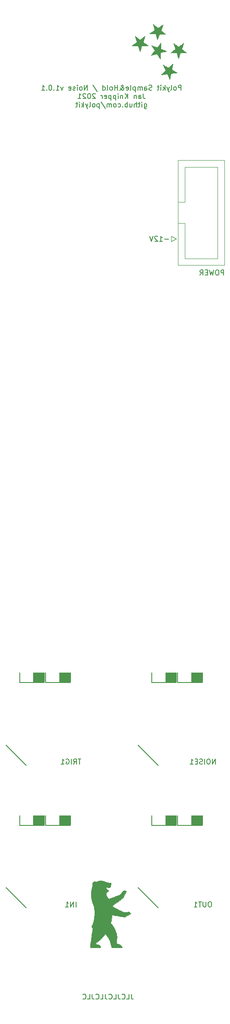
<source format=gbr>
%TF.GenerationSoftware,KiCad,Pcbnew,5.1.10-88a1d61d58~90~ubuntu21.04.1*%
%TF.CreationDate,2021-10-26T22:35:56+02:00*%
%TF.ProjectId,kosmo-sample-and-hold,6b6f736d-6f2d-4736-916d-706c652d616e,v1.0.1*%
%TF.SameCoordinates,Original*%
%TF.FileFunction,Legend,Bot*%
%TF.FilePolarity,Positive*%
%FSLAX46Y46*%
G04 Gerber Fmt 4.6, Leading zero omitted, Abs format (unit mm)*
G04 Created by KiCad (PCBNEW 5.1.10-88a1d61d58~90~ubuntu21.04.1) date 2021-10-26 22:35:56*
%MOMM*%
%LPD*%
G01*
G04 APERTURE LIST*
%ADD10C,0.150000*%
%ADD11C,0.200000*%
%ADD12C,0.010000*%
%ADD13C,0.120000*%
%ADD14C,0.100000*%
G04 APERTURE END LIST*
D10*
X121506899Y-77323865D02*
X120744995Y-77323865D01*
X119744995Y-77704817D02*
X120316423Y-77704817D01*
X120030709Y-77704817D02*
X120030709Y-76704817D01*
X120125947Y-76847675D01*
X120221185Y-76942913D01*
X120316423Y-76990532D01*
X119364042Y-76800056D02*
X119316423Y-76752437D01*
X119221185Y-76704817D01*
X118983090Y-76704817D01*
X118887852Y-76752437D01*
X118840233Y-76800056D01*
X118792614Y-76895294D01*
X118792614Y-76990532D01*
X118840233Y-77133389D01*
X119411661Y-77704817D01*
X118792614Y-77704817D01*
X118506899Y-76704817D02*
X118173566Y-77704817D01*
X117840233Y-76704817D01*
D11*
X114219047Y-225352380D02*
X114219047Y-226066666D01*
X114266666Y-226209523D01*
X114361904Y-226304761D01*
X114504761Y-226352380D01*
X114600000Y-226352380D01*
X113266666Y-226352380D02*
X113742857Y-226352380D01*
X113742857Y-225352380D01*
X112361904Y-226257142D02*
X112409523Y-226304761D01*
X112552380Y-226352380D01*
X112647619Y-226352380D01*
X112790476Y-226304761D01*
X112885714Y-226209523D01*
X112933333Y-226114285D01*
X112980952Y-225923809D01*
X112980952Y-225780952D01*
X112933333Y-225590476D01*
X112885714Y-225495238D01*
X112790476Y-225400000D01*
X112647619Y-225352380D01*
X112552380Y-225352380D01*
X112409523Y-225400000D01*
X112361904Y-225447619D01*
X111647619Y-225352380D02*
X111647619Y-226066666D01*
X111695238Y-226209523D01*
X111790476Y-226304761D01*
X111933333Y-226352380D01*
X112028571Y-226352380D01*
X110695238Y-226352380D02*
X111171428Y-226352380D01*
X111171428Y-225352380D01*
X109790476Y-226257142D02*
X109838095Y-226304761D01*
X109980952Y-226352380D01*
X110076190Y-226352380D01*
X110219047Y-226304761D01*
X110314285Y-226209523D01*
X110361904Y-226114285D01*
X110409523Y-225923809D01*
X110409523Y-225780952D01*
X110361904Y-225590476D01*
X110314285Y-225495238D01*
X110219047Y-225400000D01*
X110076190Y-225352380D01*
X109980952Y-225352380D01*
X109838095Y-225400000D01*
X109790476Y-225447619D01*
X109076190Y-225352380D02*
X109076190Y-226066666D01*
X109123809Y-226209523D01*
X109219047Y-226304761D01*
X109361904Y-226352380D01*
X109457142Y-226352380D01*
X108123809Y-226352380D02*
X108600000Y-226352380D01*
X108600000Y-225352380D01*
X107219047Y-226257142D02*
X107266666Y-226304761D01*
X107409523Y-226352380D01*
X107504761Y-226352380D01*
X107647619Y-226304761D01*
X107742857Y-226209523D01*
X107790476Y-226114285D01*
X107838095Y-225923809D01*
X107838095Y-225780952D01*
X107790476Y-225590476D01*
X107742857Y-225495238D01*
X107647619Y-225400000D01*
X107504761Y-225352380D01*
X107409523Y-225352380D01*
X107266666Y-225400000D01*
X107219047Y-225447619D01*
X106504761Y-225352380D02*
X106504761Y-226066666D01*
X106552380Y-226209523D01*
X106647619Y-226304761D01*
X106790476Y-226352380D01*
X106885714Y-226352380D01*
X105552380Y-226352380D02*
X106028571Y-226352380D01*
X106028571Y-225352380D01*
X104647619Y-226257142D02*
X104695238Y-226304761D01*
X104838095Y-226352380D01*
X104933333Y-226352380D01*
X105076190Y-226304761D01*
X105171428Y-226209523D01*
X105219047Y-226114285D01*
X105266666Y-225923809D01*
X105266666Y-225780952D01*
X105219047Y-225590476D01*
X105171428Y-225495238D01*
X105076190Y-225400000D01*
X104933333Y-225352380D01*
X104838095Y-225352380D01*
X104695238Y-225400000D01*
X104647619Y-225447619D01*
D10*
X124014285Y-48102380D02*
X124014285Y-47102380D01*
X123633333Y-47102380D01*
X123538095Y-47150000D01*
X123490476Y-47197619D01*
X123442857Y-47292857D01*
X123442857Y-47435714D01*
X123490476Y-47530952D01*
X123538095Y-47578571D01*
X123633333Y-47626190D01*
X124014285Y-47626190D01*
X122871428Y-48102380D02*
X122966666Y-48054761D01*
X123014285Y-48007142D01*
X123061904Y-47911904D01*
X123061904Y-47626190D01*
X123014285Y-47530952D01*
X122966666Y-47483333D01*
X122871428Y-47435714D01*
X122728571Y-47435714D01*
X122633333Y-47483333D01*
X122585714Y-47530952D01*
X122538095Y-47626190D01*
X122538095Y-47911904D01*
X122585714Y-48007142D01*
X122633333Y-48054761D01*
X122728571Y-48102380D01*
X122871428Y-48102380D01*
X121966666Y-48102380D02*
X122061904Y-48054761D01*
X122109523Y-47959523D01*
X122109523Y-47102380D01*
X121680952Y-47435714D02*
X121442857Y-48102380D01*
X121204761Y-47435714D02*
X121442857Y-48102380D01*
X121538095Y-48340476D01*
X121585714Y-48388095D01*
X121680952Y-48435714D01*
X120823809Y-48102380D02*
X120823809Y-47102380D01*
X120728571Y-47721428D02*
X120442857Y-48102380D01*
X120442857Y-47435714D02*
X120823809Y-47816666D01*
X120014285Y-48102380D02*
X120014285Y-47435714D01*
X120014285Y-47102380D02*
X120061904Y-47150000D01*
X120014285Y-47197619D01*
X119966666Y-47150000D01*
X120014285Y-47102380D01*
X120014285Y-47197619D01*
X119680952Y-47435714D02*
X119300000Y-47435714D01*
X119538095Y-47102380D02*
X119538095Y-47959523D01*
X119490476Y-48054761D01*
X119395238Y-48102380D01*
X119300000Y-48102380D01*
X118252380Y-48054761D02*
X118109523Y-48102380D01*
X117871428Y-48102380D01*
X117776190Y-48054761D01*
X117728571Y-48007142D01*
X117680952Y-47911904D01*
X117680952Y-47816666D01*
X117728571Y-47721428D01*
X117776190Y-47673809D01*
X117871428Y-47626190D01*
X118061904Y-47578571D01*
X118157142Y-47530952D01*
X118204761Y-47483333D01*
X118252380Y-47388095D01*
X118252380Y-47292857D01*
X118204761Y-47197619D01*
X118157142Y-47150000D01*
X118061904Y-47102380D01*
X117823809Y-47102380D01*
X117680952Y-47150000D01*
X116823809Y-48102380D02*
X116823809Y-47578571D01*
X116871428Y-47483333D01*
X116966666Y-47435714D01*
X117157142Y-47435714D01*
X117252380Y-47483333D01*
X116823809Y-48054761D02*
X116919047Y-48102380D01*
X117157142Y-48102380D01*
X117252380Y-48054761D01*
X117300000Y-47959523D01*
X117300000Y-47864285D01*
X117252380Y-47769047D01*
X117157142Y-47721428D01*
X116919047Y-47721428D01*
X116823809Y-47673809D01*
X116347619Y-48102380D02*
X116347619Y-47435714D01*
X116347619Y-47530952D02*
X116300000Y-47483333D01*
X116204761Y-47435714D01*
X116061904Y-47435714D01*
X115966666Y-47483333D01*
X115919047Y-47578571D01*
X115919047Y-48102380D01*
X115919047Y-47578571D02*
X115871428Y-47483333D01*
X115776190Y-47435714D01*
X115633333Y-47435714D01*
X115538095Y-47483333D01*
X115490476Y-47578571D01*
X115490476Y-48102380D01*
X115014285Y-47435714D02*
X115014285Y-48435714D01*
X115014285Y-47483333D02*
X114919047Y-47435714D01*
X114728571Y-47435714D01*
X114633333Y-47483333D01*
X114585714Y-47530952D01*
X114538095Y-47626190D01*
X114538095Y-47911904D01*
X114585714Y-48007142D01*
X114633333Y-48054761D01*
X114728571Y-48102380D01*
X114919047Y-48102380D01*
X115014285Y-48054761D01*
X113966666Y-48102380D02*
X114061904Y-48054761D01*
X114109523Y-47959523D01*
X114109523Y-47102380D01*
X113204761Y-48054761D02*
X113300000Y-48102380D01*
X113490476Y-48102380D01*
X113585714Y-48054761D01*
X113633333Y-47959523D01*
X113633333Y-47578571D01*
X113585714Y-47483333D01*
X113490476Y-47435714D01*
X113300000Y-47435714D01*
X113204761Y-47483333D01*
X113157142Y-47578571D01*
X113157142Y-47673809D01*
X113633333Y-47769047D01*
X111919047Y-48102380D02*
X111966666Y-48102380D01*
X112061904Y-48054761D01*
X112204761Y-47911904D01*
X112442857Y-47626190D01*
X112538095Y-47483333D01*
X112585714Y-47340476D01*
X112585714Y-47245238D01*
X112538095Y-47150000D01*
X112442857Y-47102380D01*
X112395238Y-47102380D01*
X112300000Y-47150000D01*
X112252380Y-47245238D01*
X112252380Y-47292857D01*
X112300000Y-47388095D01*
X112347619Y-47435714D01*
X112633333Y-47626190D01*
X112680952Y-47673809D01*
X112728571Y-47769047D01*
X112728571Y-47911904D01*
X112680952Y-48007142D01*
X112633333Y-48054761D01*
X112538095Y-48102380D01*
X112395238Y-48102380D01*
X112300000Y-48054761D01*
X112252380Y-48007142D01*
X112109523Y-47816666D01*
X112061904Y-47673809D01*
X112061904Y-47578571D01*
X111490476Y-48102380D02*
X111490476Y-47102380D01*
X111490476Y-47578571D02*
X110919047Y-47578571D01*
X110919047Y-48102380D02*
X110919047Y-47102380D01*
X110300000Y-48102380D02*
X110395238Y-48054761D01*
X110442857Y-48007142D01*
X110490476Y-47911904D01*
X110490476Y-47626190D01*
X110442857Y-47530952D01*
X110395238Y-47483333D01*
X110300000Y-47435714D01*
X110157142Y-47435714D01*
X110061904Y-47483333D01*
X110014285Y-47530952D01*
X109966666Y-47626190D01*
X109966666Y-47911904D01*
X110014285Y-48007142D01*
X110061904Y-48054761D01*
X110157142Y-48102380D01*
X110300000Y-48102380D01*
X109395238Y-48102380D02*
X109490476Y-48054761D01*
X109538095Y-47959523D01*
X109538095Y-47102380D01*
X108585714Y-48102380D02*
X108585714Y-47102380D01*
X108585714Y-48054761D02*
X108680952Y-48102380D01*
X108871428Y-48102380D01*
X108966666Y-48054761D01*
X109014285Y-48007142D01*
X109061904Y-47911904D01*
X109061904Y-47626190D01*
X109014285Y-47530952D01*
X108966666Y-47483333D01*
X108871428Y-47435714D01*
X108680952Y-47435714D01*
X108585714Y-47483333D01*
X106633333Y-47054761D02*
X107490476Y-48340476D01*
X105538095Y-48102380D02*
X105538095Y-47102380D01*
X104966666Y-48102380D01*
X104966666Y-47102380D01*
X104347619Y-48102380D02*
X104442857Y-48054761D01*
X104490476Y-48007142D01*
X104538095Y-47911904D01*
X104538095Y-47626190D01*
X104490476Y-47530952D01*
X104442857Y-47483333D01*
X104347619Y-47435714D01*
X104204761Y-47435714D01*
X104109523Y-47483333D01*
X104061904Y-47530952D01*
X104014285Y-47626190D01*
X104014285Y-47911904D01*
X104061904Y-48007142D01*
X104109523Y-48054761D01*
X104204761Y-48102380D01*
X104347619Y-48102380D01*
X103585714Y-48102380D02*
X103585714Y-47435714D01*
X103585714Y-47102380D02*
X103633333Y-47150000D01*
X103585714Y-47197619D01*
X103538095Y-47150000D01*
X103585714Y-47102380D01*
X103585714Y-47197619D01*
X103157142Y-48054761D02*
X103061904Y-48102380D01*
X102871428Y-48102380D01*
X102776190Y-48054761D01*
X102728571Y-47959523D01*
X102728571Y-47911904D01*
X102776190Y-47816666D01*
X102871428Y-47769047D01*
X103014285Y-47769047D01*
X103109523Y-47721428D01*
X103157142Y-47626190D01*
X103157142Y-47578571D01*
X103109523Y-47483333D01*
X103014285Y-47435714D01*
X102871428Y-47435714D01*
X102776190Y-47483333D01*
X101919047Y-48054761D02*
X102014285Y-48102380D01*
X102204761Y-48102380D01*
X102300000Y-48054761D01*
X102347619Y-47959523D01*
X102347619Y-47578571D01*
X102300000Y-47483333D01*
X102204761Y-47435714D01*
X102014285Y-47435714D01*
X101919047Y-47483333D01*
X101871428Y-47578571D01*
X101871428Y-47673809D01*
X102347619Y-47769047D01*
X100776190Y-47435714D02*
X100538095Y-48102380D01*
X100300000Y-47435714D01*
X99395238Y-48102380D02*
X99966666Y-48102380D01*
X99680952Y-48102380D02*
X99680952Y-47102380D01*
X99776190Y-47245238D01*
X99871428Y-47340476D01*
X99966666Y-47388095D01*
X98966666Y-48007142D02*
X98919047Y-48054761D01*
X98966666Y-48102380D01*
X99014285Y-48054761D01*
X98966666Y-48007142D01*
X98966666Y-48102380D01*
X98300000Y-47102380D02*
X98204761Y-47102380D01*
X98109523Y-47150000D01*
X98061904Y-47197619D01*
X98014285Y-47292857D01*
X97966666Y-47483333D01*
X97966666Y-47721428D01*
X98014285Y-47911904D01*
X98061904Y-48007142D01*
X98109523Y-48054761D01*
X98204761Y-48102380D01*
X98300000Y-48102380D01*
X98395238Y-48054761D01*
X98442857Y-48007142D01*
X98490476Y-47911904D01*
X98538095Y-47721428D01*
X98538095Y-47483333D01*
X98490476Y-47292857D01*
X98442857Y-47197619D01*
X98395238Y-47150000D01*
X98300000Y-47102380D01*
X97538095Y-48007142D02*
X97490476Y-48054761D01*
X97538095Y-48102380D01*
X97585714Y-48054761D01*
X97538095Y-48007142D01*
X97538095Y-48102380D01*
X96538095Y-48102380D02*
X97109523Y-48102380D01*
X96823809Y-48102380D02*
X96823809Y-47102380D01*
X96919047Y-47245238D01*
X97014285Y-47340476D01*
X97109523Y-47388095D01*
X116561904Y-48752380D02*
X116561904Y-49466666D01*
X116609523Y-49609523D01*
X116704761Y-49704761D01*
X116847619Y-49752380D01*
X116942857Y-49752380D01*
X115657142Y-49752380D02*
X115657142Y-49228571D01*
X115704761Y-49133333D01*
X115800000Y-49085714D01*
X115990476Y-49085714D01*
X116085714Y-49133333D01*
X115657142Y-49704761D02*
X115752380Y-49752380D01*
X115990476Y-49752380D01*
X116085714Y-49704761D01*
X116133333Y-49609523D01*
X116133333Y-49514285D01*
X116085714Y-49419047D01*
X115990476Y-49371428D01*
X115752380Y-49371428D01*
X115657142Y-49323809D01*
X115180952Y-49085714D02*
X115180952Y-49752380D01*
X115180952Y-49180952D02*
X115133333Y-49133333D01*
X115038095Y-49085714D01*
X114895238Y-49085714D01*
X114800000Y-49133333D01*
X114752380Y-49228571D01*
X114752380Y-49752380D01*
X113514285Y-49752380D02*
X113514285Y-48752380D01*
X112942857Y-49752380D02*
X113371428Y-49180952D01*
X112942857Y-48752380D02*
X113514285Y-49323809D01*
X112514285Y-49085714D02*
X112514285Y-49752380D01*
X112514285Y-49180952D02*
X112466666Y-49133333D01*
X112371428Y-49085714D01*
X112228571Y-49085714D01*
X112133333Y-49133333D01*
X112085714Y-49228571D01*
X112085714Y-49752380D01*
X111609523Y-49752380D02*
X111609523Y-49085714D01*
X111609523Y-48752380D02*
X111657142Y-48800000D01*
X111609523Y-48847619D01*
X111561904Y-48800000D01*
X111609523Y-48752380D01*
X111609523Y-48847619D01*
X111133333Y-49085714D02*
X111133333Y-50085714D01*
X111133333Y-49133333D02*
X111038095Y-49085714D01*
X110847619Y-49085714D01*
X110752380Y-49133333D01*
X110704761Y-49180952D01*
X110657142Y-49276190D01*
X110657142Y-49561904D01*
X110704761Y-49657142D01*
X110752380Y-49704761D01*
X110847619Y-49752380D01*
X111038095Y-49752380D01*
X111133333Y-49704761D01*
X110228571Y-49085714D02*
X110228571Y-50085714D01*
X110228571Y-49133333D02*
X110133333Y-49085714D01*
X109942857Y-49085714D01*
X109847619Y-49133333D01*
X109800000Y-49180952D01*
X109752380Y-49276190D01*
X109752380Y-49561904D01*
X109800000Y-49657142D01*
X109847619Y-49704761D01*
X109942857Y-49752380D01*
X110133333Y-49752380D01*
X110228571Y-49704761D01*
X108942857Y-49704761D02*
X109038095Y-49752380D01*
X109228571Y-49752380D01*
X109323809Y-49704761D01*
X109371428Y-49609523D01*
X109371428Y-49228571D01*
X109323809Y-49133333D01*
X109228571Y-49085714D01*
X109038095Y-49085714D01*
X108942857Y-49133333D01*
X108895238Y-49228571D01*
X108895238Y-49323809D01*
X109371428Y-49419047D01*
X108466666Y-49752380D02*
X108466666Y-49085714D01*
X108466666Y-49276190D02*
X108419047Y-49180952D01*
X108371428Y-49133333D01*
X108276190Y-49085714D01*
X108180952Y-49085714D01*
X107133333Y-48847619D02*
X107085714Y-48800000D01*
X106990476Y-48752380D01*
X106752380Y-48752380D01*
X106657142Y-48800000D01*
X106609523Y-48847619D01*
X106561904Y-48942857D01*
X106561904Y-49038095D01*
X106609523Y-49180952D01*
X107180952Y-49752380D01*
X106561904Y-49752380D01*
X105942857Y-48752380D02*
X105847619Y-48752380D01*
X105752380Y-48800000D01*
X105704761Y-48847619D01*
X105657142Y-48942857D01*
X105609523Y-49133333D01*
X105609523Y-49371428D01*
X105657142Y-49561904D01*
X105704761Y-49657142D01*
X105752380Y-49704761D01*
X105847619Y-49752380D01*
X105942857Y-49752380D01*
X106038095Y-49704761D01*
X106085714Y-49657142D01*
X106133333Y-49561904D01*
X106180952Y-49371428D01*
X106180952Y-49133333D01*
X106133333Y-48942857D01*
X106085714Y-48847619D01*
X106038095Y-48800000D01*
X105942857Y-48752380D01*
X105228571Y-48847619D02*
X105180952Y-48800000D01*
X105085714Y-48752380D01*
X104847619Y-48752380D01*
X104752380Y-48800000D01*
X104704761Y-48847619D01*
X104657142Y-48942857D01*
X104657142Y-49038095D01*
X104704761Y-49180952D01*
X105276190Y-49752380D01*
X104657142Y-49752380D01*
X103704761Y-49752380D02*
X104276190Y-49752380D01*
X103990476Y-49752380D02*
X103990476Y-48752380D01*
X104085714Y-48895238D01*
X104180952Y-48990476D01*
X104276190Y-49038095D01*
X116752380Y-50735714D02*
X116752380Y-51545238D01*
X116800000Y-51640476D01*
X116847619Y-51688095D01*
X116942857Y-51735714D01*
X117085714Y-51735714D01*
X117180952Y-51688095D01*
X116752380Y-51354761D02*
X116847619Y-51402380D01*
X117038095Y-51402380D01*
X117133333Y-51354761D01*
X117180952Y-51307142D01*
X117228571Y-51211904D01*
X117228571Y-50926190D01*
X117180952Y-50830952D01*
X117133333Y-50783333D01*
X117038095Y-50735714D01*
X116847619Y-50735714D01*
X116752380Y-50783333D01*
X116276190Y-51402380D02*
X116276190Y-50735714D01*
X116276190Y-50402380D02*
X116323809Y-50450000D01*
X116276190Y-50497619D01*
X116228571Y-50450000D01*
X116276190Y-50402380D01*
X116276190Y-50497619D01*
X115942857Y-50735714D02*
X115561904Y-50735714D01*
X115800000Y-50402380D02*
X115800000Y-51259523D01*
X115752380Y-51354761D01*
X115657142Y-51402380D01*
X115561904Y-51402380D01*
X115228571Y-51402380D02*
X115228571Y-50402380D01*
X114800000Y-51402380D02*
X114800000Y-50878571D01*
X114847619Y-50783333D01*
X114942857Y-50735714D01*
X115085714Y-50735714D01*
X115180952Y-50783333D01*
X115228571Y-50830952D01*
X113895238Y-50735714D02*
X113895238Y-51402380D01*
X114323809Y-50735714D02*
X114323809Y-51259523D01*
X114276190Y-51354761D01*
X114180952Y-51402380D01*
X114038095Y-51402380D01*
X113942857Y-51354761D01*
X113895238Y-51307142D01*
X113419047Y-51402380D02*
X113419047Y-50402380D01*
X113419047Y-50783333D02*
X113323809Y-50735714D01*
X113133333Y-50735714D01*
X113038095Y-50783333D01*
X112990476Y-50830952D01*
X112942857Y-50926190D01*
X112942857Y-51211904D01*
X112990476Y-51307142D01*
X113038095Y-51354761D01*
X113133333Y-51402380D01*
X113323809Y-51402380D01*
X113419047Y-51354761D01*
X112514285Y-51307142D02*
X112466666Y-51354761D01*
X112514285Y-51402380D01*
X112561904Y-51354761D01*
X112514285Y-51307142D01*
X112514285Y-51402380D01*
X111609523Y-51354761D02*
X111704761Y-51402380D01*
X111895238Y-51402380D01*
X111990476Y-51354761D01*
X112038095Y-51307142D01*
X112085714Y-51211904D01*
X112085714Y-50926190D01*
X112038095Y-50830952D01*
X111990476Y-50783333D01*
X111895238Y-50735714D01*
X111704761Y-50735714D01*
X111609523Y-50783333D01*
X111038095Y-51402380D02*
X111133333Y-51354761D01*
X111180952Y-51307142D01*
X111228571Y-51211904D01*
X111228571Y-50926190D01*
X111180952Y-50830952D01*
X111133333Y-50783333D01*
X111038095Y-50735714D01*
X110895238Y-50735714D01*
X110800000Y-50783333D01*
X110752380Y-50830952D01*
X110704761Y-50926190D01*
X110704761Y-51211904D01*
X110752380Y-51307142D01*
X110800000Y-51354761D01*
X110895238Y-51402380D01*
X111038095Y-51402380D01*
X110276190Y-51402380D02*
X110276190Y-50735714D01*
X110276190Y-50830952D02*
X110228571Y-50783333D01*
X110133333Y-50735714D01*
X109990476Y-50735714D01*
X109895238Y-50783333D01*
X109847619Y-50878571D01*
X109847619Y-51402380D01*
X109847619Y-50878571D02*
X109800000Y-50783333D01*
X109704761Y-50735714D01*
X109561904Y-50735714D01*
X109466666Y-50783333D01*
X109419047Y-50878571D01*
X109419047Y-51402380D01*
X108228571Y-50354761D02*
X109085714Y-51640476D01*
X107895238Y-50735714D02*
X107895238Y-51735714D01*
X107895238Y-50783333D02*
X107800000Y-50735714D01*
X107609523Y-50735714D01*
X107514285Y-50783333D01*
X107466666Y-50830952D01*
X107419047Y-50926190D01*
X107419047Y-51211904D01*
X107466666Y-51307142D01*
X107514285Y-51354761D01*
X107609523Y-51402380D01*
X107800000Y-51402380D01*
X107895238Y-51354761D01*
X106847619Y-51402380D02*
X106942857Y-51354761D01*
X106990476Y-51307142D01*
X107038095Y-51211904D01*
X107038095Y-50926190D01*
X106990476Y-50830952D01*
X106942857Y-50783333D01*
X106847619Y-50735714D01*
X106704761Y-50735714D01*
X106609523Y-50783333D01*
X106561904Y-50830952D01*
X106514285Y-50926190D01*
X106514285Y-51211904D01*
X106561904Y-51307142D01*
X106609523Y-51354761D01*
X106704761Y-51402380D01*
X106847619Y-51402380D01*
X105942857Y-51402380D02*
X106038095Y-51354761D01*
X106085714Y-51259523D01*
X106085714Y-50402380D01*
X105657142Y-50735714D02*
X105419047Y-51402380D01*
X105180952Y-50735714D02*
X105419047Y-51402380D01*
X105514285Y-51640476D01*
X105561904Y-51688095D01*
X105657142Y-51735714D01*
X104800000Y-51402380D02*
X104800000Y-50402380D01*
X104704761Y-51021428D02*
X104419047Y-51402380D01*
X104419047Y-50735714D02*
X104800000Y-51116666D01*
X103990476Y-51402380D02*
X103990476Y-50735714D01*
X103990476Y-50402380D02*
X104038095Y-50450000D01*
X103990476Y-50497619D01*
X103942857Y-50450000D01*
X103990476Y-50402380D01*
X103990476Y-50497619D01*
X103657142Y-50735714D02*
X103276190Y-50735714D01*
X103514285Y-50402380D02*
X103514285Y-51259523D01*
X103466666Y-51354761D01*
X103371428Y-51402380D01*
X103276190Y-51402380D01*
D12*
%TO.C,G\u002A\u002A\u002A*%
G36*
X107664713Y-203214797D02*
G01*
X107506444Y-203277035D01*
X107326614Y-203347263D01*
X107169850Y-203334098D01*
X107135459Y-203322128D01*
X106920235Y-203298189D01*
X106727919Y-203375652D01*
X106582274Y-203528921D01*
X106507064Y-203732401D01*
X106526051Y-203960496D01*
X106530481Y-203973763D01*
X106561708Y-204107606D01*
X106553595Y-204254113D01*
X106501167Y-204454500D01*
X106456161Y-204589570D01*
X106393133Y-204792468D01*
X106351247Y-204990666D01*
X106326555Y-205218377D01*
X106315107Y-205509811D01*
X106312839Y-205831250D01*
X106314756Y-206175995D01*
X106324472Y-206434252D01*
X106348797Y-206646529D01*
X106394540Y-206853334D01*
X106468509Y-207095174D01*
X106577514Y-207412559D01*
X106579677Y-207418750D01*
X106690415Y-207750960D01*
X106790861Y-208079939D01*
X106869425Y-208366035D01*
X106912463Y-208557537D01*
X106974885Y-209149716D01*
X106969420Y-209791214D01*
X106900650Y-210442512D01*
X106773159Y-211064094D01*
X106591529Y-211616443D01*
X106545274Y-211723615D01*
X106446768Y-211944802D01*
X106396993Y-212082012D01*
X106391889Y-212166772D01*
X106427398Y-212230615D01*
X106473741Y-212279240D01*
X106566875Y-212398338D01*
X106599754Y-212482875D01*
X106590924Y-212564272D01*
X106565122Y-212754284D01*
X106524805Y-213036018D01*
X106472428Y-213392584D01*
X106410448Y-213807091D01*
X106341321Y-214262648D01*
X106333899Y-214311186D01*
X106265468Y-214771651D01*
X106206482Y-215194512D01*
X106159039Y-215562535D01*
X106125234Y-215858487D01*
X106107166Y-216065133D01*
X106106931Y-216165241D01*
X106107903Y-216168561D01*
X106136574Y-216210097D01*
X106198210Y-216239582D01*
X106311767Y-216259014D01*
X106496201Y-216270395D01*
X106770468Y-216275722D01*
X107135758Y-216277000D01*
X107510618Y-216275909D01*
X107776819Y-216271240D01*
X107952691Y-216260894D01*
X108056566Y-216242773D01*
X108106775Y-216214780D01*
X108121650Y-216174815D01*
X108122000Y-216164129D01*
X108061055Y-215950528D01*
X107883344Y-215768282D01*
X107596555Y-215623439D01*
X107339645Y-215548593D01*
X107033539Y-215478781D01*
X107376330Y-215242692D01*
X107618781Y-215057396D01*
X107911784Y-214806025D01*
X108223123Y-214518830D01*
X108520579Y-214226057D01*
X108771934Y-213957955D01*
X108878633Y-213832250D01*
X109082969Y-213578250D01*
X109335092Y-213864000D01*
X109587414Y-214207790D01*
X109820958Y-214632210D01*
X110013019Y-215090951D01*
X110129000Y-215483250D01*
X110186899Y-215730034D01*
X110240252Y-215947391D01*
X110277022Y-216086500D01*
X110323200Y-216245250D01*
X111349850Y-216262697D01*
X111786276Y-216266401D01*
X112099895Y-216260420D01*
X112294547Y-216244564D01*
X112374069Y-216218644D01*
X112376500Y-216211919D01*
X112318048Y-216009832D01*
X112161928Y-215818030D01*
X111936999Y-215657778D01*
X111672118Y-215550344D01*
X111432668Y-215516394D01*
X111289569Y-215506790D01*
X111240822Y-215455001D01*
X111253833Y-215322622D01*
X111256345Y-215308625D01*
X111328902Y-214737412D01*
X111342943Y-214178901D01*
X111298165Y-213675603D01*
X111269115Y-213522939D01*
X111138447Y-213080734D01*
X110947054Y-212620645D01*
X110716550Y-212187055D01*
X110468549Y-211824346D01*
X110404825Y-211748213D01*
X110145181Y-211453242D01*
X110243135Y-210959996D01*
X110298006Y-210666687D01*
X110348214Y-210369234D01*
X110383011Y-210131373D01*
X110383346Y-210128699D01*
X110411471Y-209934645D01*
X110445499Y-209839513D01*
X110504648Y-209815927D01*
X110591426Y-209832283D01*
X110814886Y-209884342D01*
X111105928Y-209946398D01*
X111437658Y-210013371D01*
X111783185Y-210080183D01*
X112115616Y-210141757D01*
X112408057Y-210193015D01*
X112633617Y-210228877D01*
X112765402Y-210244267D01*
X112774464Y-210244500D01*
X112895913Y-210212967D01*
X113091111Y-210129885D01*
X113328229Y-210012526D01*
X113575439Y-209878165D01*
X113800911Y-209744073D01*
X113972816Y-209627524D01*
X114058079Y-209547895D01*
X114036531Y-209476521D01*
X113939308Y-209372696D01*
X113916981Y-209354392D01*
X113820130Y-209288246D01*
X113717277Y-209252202D01*
X113580416Y-209245565D01*
X113381539Y-209267644D01*
X113092638Y-209317748D01*
X113016000Y-209332126D01*
X112929071Y-209339707D01*
X112825577Y-209326249D01*
X112688745Y-209285176D01*
X112501799Y-209209914D01*
X112247967Y-209093888D01*
X111910475Y-208930524D01*
X111603125Y-208778337D01*
X111247880Y-208599691D01*
X110934647Y-208438707D01*
X110680097Y-208304242D01*
X110500902Y-208205150D01*
X110413735Y-208150288D01*
X110408000Y-208143525D01*
X110456354Y-208095221D01*
X110591751Y-207982162D01*
X110799692Y-207815873D01*
X111065680Y-207607878D01*
X111375217Y-207369701D01*
X111523997Y-207256396D01*
X112639994Y-206409164D01*
X112920997Y-205831528D01*
X113039635Y-205580464D01*
X113133505Y-205368128D01*
X113190486Y-205222736D01*
X113202000Y-205177446D01*
X113141975Y-205125939D01*
X112971164Y-205102187D01*
X112907278Y-205101000D01*
X112705181Y-205115277D01*
X112566666Y-205176037D01*
X112432278Y-205307375D01*
X112265845Y-205497107D01*
X112095701Y-205689940D01*
X112076125Y-205712026D01*
X111982497Y-205797632D01*
X111844701Y-205885510D01*
X111645160Y-205984036D01*
X111366301Y-206101584D01*
X110990548Y-206246528D01*
X110824973Y-206308212D01*
X109749696Y-206706121D01*
X109599115Y-206522685D01*
X109415073Y-206262335D01*
X109282036Y-206002040D01*
X109216101Y-205776758D01*
X109213623Y-205685501D01*
X109285837Y-205524566D01*
X109471547Y-205358533D01*
X109503125Y-205336879D01*
X109694437Y-205185384D01*
X109764013Y-205068256D01*
X109712123Y-204984594D01*
X109618691Y-204949038D01*
X109411585Y-204848363D01*
X109288096Y-204685773D01*
X109265000Y-204566497D01*
X109283280Y-204468640D01*
X109362735Y-204433818D01*
X109478770Y-204435044D01*
X109648592Y-204457318D01*
X109765803Y-204493381D01*
X109768745Y-204495120D01*
X109865319Y-204484882D01*
X109989060Y-204358971D01*
X110084199Y-204212000D01*
X110129245Y-204090765D01*
X110173189Y-203907032D01*
X110183020Y-203852426D01*
X110226788Y-203588103D01*
X109793519Y-203544400D01*
X109419502Y-203476138D01*
X109068834Y-203358828D01*
X109011000Y-203332474D01*
X108695948Y-203223445D01*
X108337925Y-203166435D01*
X107979868Y-203163025D01*
X107664713Y-203214797D01*
G37*
X107664713Y-203214797D02*
X107506444Y-203277035D01*
X107326614Y-203347263D01*
X107169850Y-203334098D01*
X107135459Y-203322128D01*
X106920235Y-203298189D01*
X106727919Y-203375652D01*
X106582274Y-203528921D01*
X106507064Y-203732401D01*
X106526051Y-203960496D01*
X106530481Y-203973763D01*
X106561708Y-204107606D01*
X106553595Y-204254113D01*
X106501167Y-204454500D01*
X106456161Y-204589570D01*
X106393133Y-204792468D01*
X106351247Y-204990666D01*
X106326555Y-205218377D01*
X106315107Y-205509811D01*
X106312839Y-205831250D01*
X106314756Y-206175995D01*
X106324472Y-206434252D01*
X106348797Y-206646529D01*
X106394540Y-206853334D01*
X106468509Y-207095174D01*
X106577514Y-207412559D01*
X106579677Y-207418750D01*
X106690415Y-207750960D01*
X106790861Y-208079939D01*
X106869425Y-208366035D01*
X106912463Y-208557537D01*
X106974885Y-209149716D01*
X106969420Y-209791214D01*
X106900650Y-210442512D01*
X106773159Y-211064094D01*
X106591529Y-211616443D01*
X106545274Y-211723615D01*
X106446768Y-211944802D01*
X106396993Y-212082012D01*
X106391889Y-212166772D01*
X106427398Y-212230615D01*
X106473741Y-212279240D01*
X106566875Y-212398338D01*
X106599754Y-212482875D01*
X106590924Y-212564272D01*
X106565122Y-212754284D01*
X106524805Y-213036018D01*
X106472428Y-213392584D01*
X106410448Y-213807091D01*
X106341321Y-214262648D01*
X106333899Y-214311186D01*
X106265468Y-214771651D01*
X106206482Y-215194512D01*
X106159039Y-215562535D01*
X106125234Y-215858487D01*
X106107166Y-216065133D01*
X106106931Y-216165241D01*
X106107903Y-216168561D01*
X106136574Y-216210097D01*
X106198210Y-216239582D01*
X106311767Y-216259014D01*
X106496201Y-216270395D01*
X106770468Y-216275722D01*
X107135758Y-216277000D01*
X107510618Y-216275909D01*
X107776819Y-216271240D01*
X107952691Y-216260894D01*
X108056566Y-216242773D01*
X108106775Y-216214780D01*
X108121650Y-216174815D01*
X108122000Y-216164129D01*
X108061055Y-215950528D01*
X107883344Y-215768282D01*
X107596555Y-215623439D01*
X107339645Y-215548593D01*
X107033539Y-215478781D01*
X107376330Y-215242692D01*
X107618781Y-215057396D01*
X107911784Y-214806025D01*
X108223123Y-214518830D01*
X108520579Y-214226057D01*
X108771934Y-213957955D01*
X108878633Y-213832250D01*
X109082969Y-213578250D01*
X109335092Y-213864000D01*
X109587414Y-214207790D01*
X109820958Y-214632210D01*
X110013019Y-215090951D01*
X110129000Y-215483250D01*
X110186899Y-215730034D01*
X110240252Y-215947391D01*
X110277022Y-216086500D01*
X110323200Y-216245250D01*
X111349850Y-216262697D01*
X111786276Y-216266401D01*
X112099895Y-216260420D01*
X112294547Y-216244564D01*
X112374069Y-216218644D01*
X112376500Y-216211919D01*
X112318048Y-216009832D01*
X112161928Y-215818030D01*
X111936999Y-215657778D01*
X111672118Y-215550344D01*
X111432668Y-215516394D01*
X111289569Y-215506790D01*
X111240822Y-215455001D01*
X111253833Y-215322622D01*
X111256345Y-215308625D01*
X111328902Y-214737412D01*
X111342943Y-214178901D01*
X111298165Y-213675603D01*
X111269115Y-213522939D01*
X111138447Y-213080734D01*
X110947054Y-212620645D01*
X110716550Y-212187055D01*
X110468549Y-211824346D01*
X110404825Y-211748213D01*
X110145181Y-211453242D01*
X110243135Y-210959996D01*
X110298006Y-210666687D01*
X110348214Y-210369234D01*
X110383011Y-210131373D01*
X110383346Y-210128699D01*
X110411471Y-209934645D01*
X110445499Y-209839513D01*
X110504648Y-209815927D01*
X110591426Y-209832283D01*
X110814886Y-209884342D01*
X111105928Y-209946398D01*
X111437658Y-210013371D01*
X111783185Y-210080183D01*
X112115616Y-210141757D01*
X112408057Y-210193015D01*
X112633617Y-210228877D01*
X112765402Y-210244267D01*
X112774464Y-210244500D01*
X112895913Y-210212967D01*
X113091111Y-210129885D01*
X113328229Y-210012526D01*
X113575439Y-209878165D01*
X113800911Y-209744073D01*
X113972816Y-209627524D01*
X114058079Y-209547895D01*
X114036531Y-209476521D01*
X113939308Y-209372696D01*
X113916981Y-209354392D01*
X113820130Y-209288246D01*
X113717277Y-209252202D01*
X113580416Y-209245565D01*
X113381539Y-209267644D01*
X113092638Y-209317748D01*
X113016000Y-209332126D01*
X112929071Y-209339707D01*
X112825577Y-209326249D01*
X112688745Y-209285176D01*
X112501799Y-209209914D01*
X112247967Y-209093888D01*
X111910475Y-208930524D01*
X111603125Y-208778337D01*
X111247880Y-208599691D01*
X110934647Y-208438707D01*
X110680097Y-208304242D01*
X110500902Y-208205150D01*
X110413735Y-208150288D01*
X110408000Y-208143525D01*
X110456354Y-208095221D01*
X110591751Y-207982162D01*
X110799692Y-207815873D01*
X111065680Y-207607878D01*
X111375217Y-207369701D01*
X111523997Y-207256396D01*
X112639994Y-206409164D01*
X112920997Y-205831528D01*
X113039635Y-205580464D01*
X113133505Y-205368128D01*
X113190486Y-205222736D01*
X113202000Y-205177446D01*
X113141975Y-205125939D01*
X112971164Y-205102187D01*
X112907278Y-205101000D01*
X112705181Y-205115277D01*
X112566666Y-205176037D01*
X112432278Y-205307375D01*
X112265845Y-205497107D01*
X112095701Y-205689940D01*
X112076125Y-205712026D01*
X111982497Y-205797632D01*
X111844701Y-205885510D01*
X111645160Y-205984036D01*
X111366301Y-206101584D01*
X110990548Y-206246528D01*
X110824973Y-206308212D01*
X109749696Y-206706121D01*
X109599115Y-206522685D01*
X109415073Y-206262335D01*
X109282036Y-206002040D01*
X109216101Y-205776758D01*
X109213623Y-205685501D01*
X109285837Y-205524566D01*
X109471547Y-205358533D01*
X109503125Y-205336879D01*
X109694437Y-205185384D01*
X109764013Y-205068256D01*
X109712123Y-204984594D01*
X109618691Y-204949038D01*
X109411585Y-204848363D01*
X109288096Y-204685773D01*
X109265000Y-204566497D01*
X109283280Y-204468640D01*
X109362735Y-204433818D01*
X109478770Y-204435044D01*
X109648592Y-204457318D01*
X109765803Y-204493381D01*
X109768745Y-204495120D01*
X109865319Y-204484882D01*
X109989060Y-204358971D01*
X110084199Y-204212000D01*
X110129245Y-204090765D01*
X110173189Y-203907032D01*
X110183020Y-203852426D01*
X110226788Y-203588103D01*
X109793519Y-203544400D01*
X109419502Y-203476138D01*
X109068834Y-203358828D01*
X109011000Y-203332474D01*
X108695948Y-203223445D01*
X108337925Y-203166435D01*
X107979868Y-203163025D01*
X107664713Y-203214797D01*
G36*
X121786711Y-45965852D02*
G01*
X121796857Y-45922795D01*
X121811477Y-45855399D01*
X121829858Y-45767094D01*
X121851286Y-45661308D01*
X121875049Y-45541470D01*
X121900436Y-45411010D01*
X121902846Y-45398500D01*
X122014784Y-44816982D01*
X122610909Y-44743765D01*
X122762002Y-44724828D01*
X122894460Y-44707457D01*
X123006033Y-44691986D01*
X123094466Y-44678747D01*
X123157511Y-44668074D01*
X123192912Y-44660300D01*
X123199991Y-44656611D01*
X123184929Y-44645989D01*
X123145180Y-44621916D01*
X123083902Y-44586199D01*
X123004249Y-44540644D01*
X122909380Y-44487056D01*
X122802454Y-44427243D01*
X122689335Y-44364505D01*
X122573488Y-44300164D01*
X122466490Y-44240055D01*
X122371526Y-44186019D01*
X122291778Y-44139899D01*
X122230433Y-44103534D01*
X122190674Y-44078768D01*
X122175742Y-44067563D01*
X122176089Y-44047653D01*
X122182034Y-44000766D01*
X122192892Y-43931051D01*
X122207977Y-43842655D01*
X122226605Y-43739724D01*
X122248092Y-43626405D01*
X122251402Y-43609370D01*
X122284509Y-43439218D01*
X122311888Y-43297704D01*
X122333967Y-43182317D01*
X122351174Y-43090549D01*
X122363940Y-43019889D01*
X122372694Y-42967828D01*
X122377863Y-42931857D01*
X122379878Y-42909464D01*
X122379166Y-42898142D01*
X122376158Y-42895380D01*
X122373183Y-42896980D01*
X122358071Y-42910541D01*
X122322472Y-42943250D01*
X122269105Y-42992587D01*
X122200687Y-43056030D01*
X122119938Y-43131058D01*
X122029577Y-43215151D01*
X121935870Y-43302480D01*
X121839068Y-43392448D01*
X121749364Y-43475245D01*
X121669442Y-43548433D01*
X121601987Y-43609579D01*
X121549684Y-43656247D01*
X121515221Y-43686003D01*
X121501349Y-43696408D01*
X121484728Y-43689360D01*
X121443576Y-43668548D01*
X121381092Y-43635684D01*
X121300466Y-43592478D01*
X121204896Y-43540643D01*
X121097574Y-43481891D01*
X120984090Y-43419260D01*
X120867994Y-43354987D01*
X120760291Y-43295455D01*
X120664229Y-43242450D01*
X120583055Y-43197760D01*
X120520013Y-43163172D01*
X120478351Y-43140473D01*
X120461451Y-43131513D01*
X120455965Y-43138898D01*
X120465029Y-43170964D01*
X120481134Y-43209850D01*
X120497635Y-43246100D01*
X120525571Y-43306724D01*
X120562908Y-43387339D01*
X120607615Y-43483567D01*
X120657657Y-43591026D01*
X120711002Y-43705339D01*
X120730993Y-43748118D01*
X120782726Y-43859750D01*
X120829534Y-43962633D01*
X120869830Y-44053131D01*
X120902029Y-44127612D01*
X120924545Y-44182437D01*
X120935793Y-44213972D01*
X120936720Y-44219787D01*
X120924269Y-44234978D01*
X120891095Y-44269132D01*
X120839832Y-44319704D01*
X120773115Y-44384150D01*
X120693576Y-44459927D01*
X120603850Y-44544489D01*
X120506619Y-44635247D01*
X120409711Y-44725637D01*
X120320643Y-44809390D01*
X120241993Y-44884031D01*
X120176339Y-44947084D01*
X120126256Y-44996076D01*
X120094324Y-45028528D01*
X120083120Y-45041968D01*
X120083122Y-45042009D01*
X120098635Y-45042822D01*
X120142203Y-45039985D01*
X120210384Y-45033847D01*
X120299735Y-45024761D01*
X120406815Y-45013080D01*
X120528183Y-44999155D01*
X120660396Y-44983340D01*
X120679415Y-44981014D01*
X121274243Y-44908092D01*
X121523418Y-45445178D01*
X121579897Y-45566376D01*
X121632373Y-45677950D01*
X121679328Y-45776747D01*
X121719238Y-45859610D01*
X121750583Y-45923383D01*
X121771844Y-45964914D01*
X121781499Y-45981043D01*
X121781750Y-45981140D01*
X121786711Y-45965852D01*
G37*
X121786711Y-45965852D02*
X121796857Y-45922795D01*
X121811477Y-45855399D01*
X121829858Y-45767094D01*
X121851286Y-45661308D01*
X121875049Y-45541470D01*
X121900436Y-45411010D01*
X121902846Y-45398500D01*
X122014784Y-44816982D01*
X122610909Y-44743765D01*
X122762002Y-44724828D01*
X122894460Y-44707457D01*
X123006033Y-44691986D01*
X123094466Y-44678747D01*
X123157511Y-44668074D01*
X123192912Y-44660300D01*
X123199991Y-44656611D01*
X123184929Y-44645989D01*
X123145180Y-44621916D01*
X123083902Y-44586199D01*
X123004249Y-44540644D01*
X122909380Y-44487056D01*
X122802454Y-44427243D01*
X122689335Y-44364505D01*
X122573488Y-44300164D01*
X122466490Y-44240055D01*
X122371526Y-44186019D01*
X122291778Y-44139899D01*
X122230433Y-44103534D01*
X122190674Y-44078768D01*
X122175742Y-44067563D01*
X122176089Y-44047653D01*
X122182034Y-44000766D01*
X122192892Y-43931051D01*
X122207977Y-43842655D01*
X122226605Y-43739724D01*
X122248092Y-43626405D01*
X122251402Y-43609370D01*
X122284509Y-43439218D01*
X122311888Y-43297704D01*
X122333967Y-43182317D01*
X122351174Y-43090549D01*
X122363940Y-43019889D01*
X122372694Y-42967828D01*
X122377863Y-42931857D01*
X122379878Y-42909464D01*
X122379166Y-42898142D01*
X122376158Y-42895380D01*
X122373183Y-42896980D01*
X122358071Y-42910541D01*
X122322472Y-42943250D01*
X122269105Y-42992587D01*
X122200687Y-43056030D01*
X122119938Y-43131058D01*
X122029577Y-43215151D01*
X121935870Y-43302480D01*
X121839068Y-43392448D01*
X121749364Y-43475245D01*
X121669442Y-43548433D01*
X121601987Y-43609579D01*
X121549684Y-43656247D01*
X121515221Y-43686003D01*
X121501349Y-43696408D01*
X121484728Y-43689360D01*
X121443576Y-43668548D01*
X121381092Y-43635684D01*
X121300466Y-43592478D01*
X121204896Y-43540643D01*
X121097574Y-43481891D01*
X120984090Y-43419260D01*
X120867994Y-43354987D01*
X120760291Y-43295455D01*
X120664229Y-43242450D01*
X120583055Y-43197760D01*
X120520013Y-43163172D01*
X120478351Y-43140473D01*
X120461451Y-43131513D01*
X120455965Y-43138898D01*
X120465029Y-43170964D01*
X120481134Y-43209850D01*
X120497635Y-43246100D01*
X120525571Y-43306724D01*
X120562908Y-43387339D01*
X120607615Y-43483567D01*
X120657657Y-43591026D01*
X120711002Y-43705339D01*
X120730993Y-43748118D01*
X120782726Y-43859750D01*
X120829534Y-43962633D01*
X120869830Y-44053131D01*
X120902029Y-44127612D01*
X120924545Y-44182437D01*
X120935793Y-44213972D01*
X120936720Y-44219787D01*
X120924269Y-44234978D01*
X120891095Y-44269132D01*
X120839832Y-44319704D01*
X120773115Y-44384150D01*
X120693576Y-44459927D01*
X120603850Y-44544489D01*
X120506619Y-44635247D01*
X120409711Y-44725637D01*
X120320643Y-44809390D01*
X120241993Y-44884031D01*
X120176339Y-44947084D01*
X120126256Y-44996076D01*
X120094324Y-45028528D01*
X120083120Y-45041968D01*
X120083122Y-45042009D01*
X120098635Y-45042822D01*
X120142203Y-45039985D01*
X120210384Y-45033847D01*
X120299735Y-45024761D01*
X120406815Y-45013080D01*
X120528183Y-44999155D01*
X120660396Y-44983340D01*
X120679415Y-44981014D01*
X121274243Y-44908092D01*
X121523418Y-45445178D01*
X121579897Y-45566376D01*
X121632373Y-45677950D01*
X121679328Y-45776747D01*
X121719238Y-45859610D01*
X121750583Y-45923383D01*
X121771844Y-45964914D01*
X121781499Y-45981043D01*
X121781750Y-45981140D01*
X121786711Y-45965852D01*
G36*
X115906677Y-40477680D02*
G01*
X115921995Y-40436181D01*
X115944719Y-40371069D01*
X115973725Y-40285662D01*
X116007885Y-40183276D01*
X116046076Y-40067227D01*
X116087172Y-39940833D01*
X116091089Y-39928710D01*
X116273062Y-39365169D01*
X116873666Y-39365147D01*
X117025941Y-39364765D01*
X117159529Y-39363666D01*
X117272155Y-39361907D01*
X117361543Y-39359544D01*
X117425418Y-39356634D01*
X117461503Y-39353232D01*
X117468979Y-39350434D01*
X117455324Y-39338055D01*
X117418805Y-39309317D01*
X117362336Y-39266399D01*
X117288829Y-39211476D01*
X117201198Y-39146726D01*
X117102358Y-39074328D01*
X116997728Y-38998272D01*
X116890586Y-38920292D01*
X116791711Y-38847591D01*
X116704040Y-38782385D01*
X116630507Y-38726890D01*
X116574051Y-38683320D01*
X116537606Y-38653893D01*
X116524151Y-38640952D01*
X116526922Y-38621232D01*
X116538537Y-38575419D01*
X116557810Y-38507547D01*
X116583555Y-38421648D01*
X116614589Y-38321755D01*
X116649726Y-38211899D01*
X116655087Y-38195395D01*
X116708684Y-38030546D01*
X116753105Y-37893423D01*
X116789081Y-37781587D01*
X116817344Y-37692600D01*
X116838626Y-37624022D01*
X116853659Y-37573416D01*
X116863174Y-37538343D01*
X116867902Y-37516363D01*
X116868576Y-37505039D01*
X116865927Y-37501931D01*
X116862779Y-37503156D01*
X116846127Y-37514774D01*
X116806807Y-37542901D01*
X116747825Y-37585366D01*
X116672185Y-37639998D01*
X116582895Y-37704626D01*
X116482959Y-37777080D01*
X116379307Y-37852338D01*
X116272263Y-37929839D01*
X116173137Y-38001086D01*
X116084891Y-38063989D01*
X116010487Y-38116458D01*
X115952887Y-38156404D01*
X115915054Y-38181738D01*
X115900018Y-38190375D01*
X115884379Y-38181354D01*
X115846071Y-38155682D01*
X115788057Y-38115448D01*
X115713298Y-38062739D01*
X115624757Y-37999643D01*
X115525395Y-37928249D01*
X115420390Y-37852255D01*
X115312992Y-37774313D01*
X115213347Y-37702099D01*
X115124461Y-37637782D01*
X115049338Y-37583532D01*
X114990981Y-37541519D01*
X114952396Y-37513912D01*
X114936714Y-37502959D01*
X114930369Y-37509621D01*
X114935458Y-37542552D01*
X114946704Y-37583111D01*
X114958664Y-37621102D01*
X114979003Y-37684678D01*
X115006238Y-37769243D01*
X115038884Y-37870202D01*
X115075457Y-37982959D01*
X115114473Y-38102921D01*
X115129102Y-38147817D01*
X115166845Y-38264922D01*
X115200766Y-38372742D01*
X115229732Y-38467477D01*
X115252614Y-38545326D01*
X115268281Y-38602487D01*
X115275602Y-38635158D01*
X115275813Y-38641042D01*
X115261604Y-38654603D01*
X115224515Y-38684459D01*
X115167471Y-38728407D01*
X115093397Y-38784242D01*
X115005216Y-38849760D01*
X114905853Y-38922757D01*
X114798286Y-39000989D01*
X114691085Y-39078895D01*
X114592474Y-39151169D01*
X114505314Y-39215669D01*
X114432465Y-39270251D01*
X114376785Y-39312774D01*
X114341136Y-39341093D01*
X114328377Y-39353067D01*
X114328374Y-39353108D01*
X114343673Y-39355806D01*
X114387262Y-39358299D01*
X114455682Y-39360516D01*
X114545475Y-39362387D01*
X114653180Y-39363843D01*
X114775340Y-39364813D01*
X114908495Y-39365228D01*
X114927656Y-39365238D01*
X115526937Y-39365350D01*
X115708801Y-39928800D01*
X115750088Y-40055977D01*
X115788576Y-40173115D01*
X115823140Y-40276898D01*
X115852654Y-40364007D01*
X115875994Y-40431125D01*
X115892035Y-40474937D01*
X115899652Y-40492123D01*
X115899890Y-40492250D01*
X115906677Y-40477680D01*
G37*
X115906677Y-40477680D02*
X115921995Y-40436181D01*
X115944719Y-40371069D01*
X115973725Y-40285662D01*
X116007885Y-40183276D01*
X116046076Y-40067227D01*
X116087172Y-39940833D01*
X116091089Y-39928710D01*
X116273062Y-39365169D01*
X116873666Y-39365147D01*
X117025941Y-39364765D01*
X117159529Y-39363666D01*
X117272155Y-39361907D01*
X117361543Y-39359544D01*
X117425418Y-39356634D01*
X117461503Y-39353232D01*
X117468979Y-39350434D01*
X117455324Y-39338055D01*
X117418805Y-39309317D01*
X117362336Y-39266399D01*
X117288829Y-39211476D01*
X117201198Y-39146726D01*
X117102358Y-39074328D01*
X116997728Y-38998272D01*
X116890586Y-38920292D01*
X116791711Y-38847591D01*
X116704040Y-38782385D01*
X116630507Y-38726890D01*
X116574051Y-38683320D01*
X116537606Y-38653893D01*
X116524151Y-38640952D01*
X116526922Y-38621232D01*
X116538537Y-38575419D01*
X116557810Y-38507547D01*
X116583555Y-38421648D01*
X116614589Y-38321755D01*
X116649726Y-38211899D01*
X116655087Y-38195395D01*
X116708684Y-38030546D01*
X116753105Y-37893423D01*
X116789081Y-37781587D01*
X116817344Y-37692600D01*
X116838626Y-37624022D01*
X116853659Y-37573416D01*
X116863174Y-37538343D01*
X116867902Y-37516363D01*
X116868576Y-37505039D01*
X116865927Y-37501931D01*
X116862779Y-37503156D01*
X116846127Y-37514774D01*
X116806807Y-37542901D01*
X116747825Y-37585366D01*
X116672185Y-37639998D01*
X116582895Y-37704626D01*
X116482959Y-37777080D01*
X116379307Y-37852338D01*
X116272263Y-37929839D01*
X116173137Y-38001086D01*
X116084891Y-38063989D01*
X116010487Y-38116458D01*
X115952887Y-38156404D01*
X115915054Y-38181738D01*
X115900018Y-38190375D01*
X115884379Y-38181354D01*
X115846071Y-38155682D01*
X115788057Y-38115448D01*
X115713298Y-38062739D01*
X115624757Y-37999643D01*
X115525395Y-37928249D01*
X115420390Y-37852255D01*
X115312992Y-37774313D01*
X115213347Y-37702099D01*
X115124461Y-37637782D01*
X115049338Y-37583532D01*
X114990981Y-37541519D01*
X114952396Y-37513912D01*
X114936714Y-37502959D01*
X114930369Y-37509621D01*
X114935458Y-37542552D01*
X114946704Y-37583111D01*
X114958664Y-37621102D01*
X114979003Y-37684678D01*
X115006238Y-37769243D01*
X115038884Y-37870202D01*
X115075457Y-37982959D01*
X115114473Y-38102921D01*
X115129102Y-38147817D01*
X115166845Y-38264922D01*
X115200766Y-38372742D01*
X115229732Y-38467477D01*
X115252614Y-38545326D01*
X115268281Y-38602487D01*
X115275602Y-38635158D01*
X115275813Y-38641042D01*
X115261604Y-38654603D01*
X115224515Y-38684459D01*
X115167471Y-38728407D01*
X115093397Y-38784242D01*
X115005216Y-38849760D01*
X114905853Y-38922757D01*
X114798286Y-39000989D01*
X114691085Y-39078895D01*
X114592474Y-39151169D01*
X114505314Y-39215669D01*
X114432465Y-39270251D01*
X114376785Y-39312774D01*
X114341136Y-39341093D01*
X114328377Y-39353067D01*
X114328374Y-39353108D01*
X114343673Y-39355806D01*
X114387262Y-39358299D01*
X114455682Y-39360516D01*
X114545475Y-39362387D01*
X114653180Y-39363843D01*
X114775340Y-39364813D01*
X114908495Y-39365228D01*
X114927656Y-39365238D01*
X115526937Y-39365350D01*
X115708801Y-39928800D01*
X115750088Y-40055977D01*
X115788576Y-40173115D01*
X115823140Y-40276898D01*
X115852654Y-40364007D01*
X115875994Y-40431125D01*
X115892035Y-40474937D01*
X115899652Y-40492123D01*
X115899890Y-40492250D01*
X115906677Y-40477680D01*
G36*
X119888901Y-41925601D02*
G01*
X119892957Y-41881552D01*
X119898054Y-41812777D01*
X119903967Y-41722773D01*
X119910463Y-41615034D01*
X119917317Y-41493055D01*
X119924300Y-41360331D01*
X119924946Y-41347608D01*
X119954863Y-40756171D01*
X120534996Y-40600702D01*
X120681984Y-40560921D01*
X120810735Y-40525284D01*
X120919068Y-40494435D01*
X121004799Y-40469018D01*
X121065744Y-40449675D01*
X121099719Y-40437049D01*
X121106216Y-40432412D01*
X121089823Y-40423989D01*
X121047110Y-40405682D01*
X120981457Y-40378841D01*
X120896240Y-40344815D01*
X120794836Y-40304952D01*
X120680626Y-40260602D01*
X120559877Y-40214218D01*
X120436203Y-40166625D01*
X120321880Y-40121992D01*
X120220320Y-40081699D01*
X120134930Y-40047127D01*
X120069120Y-40019653D01*
X120026301Y-40000662D01*
X120009955Y-39991644D01*
X120007528Y-39971879D01*
X120006890Y-39924621D01*
X120007939Y-39854073D01*
X120010575Y-39764438D01*
X120014697Y-39659916D01*
X120020204Y-39544710D01*
X120021111Y-39527380D01*
X120030216Y-39354277D01*
X120037633Y-39210329D01*
X120043438Y-39092992D01*
X120047706Y-38999722D01*
X120050514Y-38927973D01*
X120051937Y-38875201D01*
X120052050Y-38838860D01*
X120050928Y-38816405D01*
X120048648Y-38805293D01*
X120045285Y-38802976D01*
X120042561Y-38804974D01*
X120029484Y-38820506D01*
X119998783Y-38857852D01*
X119952802Y-38914135D01*
X119893879Y-38986483D01*
X119824358Y-39072019D01*
X119746580Y-39167869D01*
X119665938Y-39267390D01*
X119582600Y-39369955D01*
X119505292Y-39464430D01*
X119436334Y-39548029D01*
X119378045Y-39617968D01*
X119332746Y-39671461D01*
X119302759Y-39705723D01*
X119290471Y-39717958D01*
X119273030Y-39713292D01*
X119229383Y-39698409D01*
X119162932Y-39674561D01*
X119077079Y-39642997D01*
X118975224Y-39604967D01*
X118860770Y-39561723D01*
X118739674Y-39515496D01*
X118615763Y-39468006D01*
X118500823Y-39424043D01*
X118398319Y-39384923D01*
X118311715Y-39351965D01*
X118244472Y-39326487D01*
X118200057Y-39309807D01*
X118182074Y-39303286D01*
X118177670Y-39311363D01*
X118191109Y-39341855D01*
X118212469Y-39378121D01*
X118233854Y-39411722D01*
X118269955Y-39467868D01*
X118318149Y-39542503D01*
X118375813Y-39631572D01*
X118440323Y-39731021D01*
X118509058Y-39836798D01*
X118534809Y-39876378D01*
X118601574Y-39979724D01*
X118662246Y-40075090D01*
X118714744Y-40159100D01*
X118756995Y-40228374D01*
X118786922Y-40279533D01*
X118802450Y-40309196D01*
X118804176Y-40314825D01*
X118793961Y-40331601D01*
X118765864Y-40370039D01*
X118722138Y-40427254D01*
X118665039Y-40500358D01*
X118596820Y-40586466D01*
X118519736Y-40682693D01*
X118436082Y-40786100D01*
X118352697Y-40889097D01*
X118276152Y-40984431D01*
X118208656Y-41069292D01*
X118152416Y-41140868D01*
X118109639Y-41196354D01*
X118082534Y-41232934D01*
X118073309Y-41247802D01*
X118073317Y-41247843D01*
X118088793Y-41246489D01*
X118131542Y-41237616D01*
X118198204Y-41222049D01*
X118285422Y-41200616D01*
X118389834Y-41174146D01*
X118508082Y-41143466D01*
X118636808Y-41109404D01*
X118655318Y-41104454D01*
X119234208Y-40949457D01*
X119555707Y-41446638D01*
X119628503Y-41558796D01*
X119695997Y-41661981D01*
X119756244Y-41753282D01*
X119807298Y-41829784D01*
X119847214Y-41888574D01*
X119874048Y-41926741D01*
X119885854Y-41941370D01*
X119886116Y-41941431D01*
X119888901Y-41925601D01*
G37*
X119888901Y-41925601D02*
X119892957Y-41881552D01*
X119898054Y-41812777D01*
X119903967Y-41722773D01*
X119910463Y-41615034D01*
X119917317Y-41493055D01*
X119924300Y-41360331D01*
X119924946Y-41347608D01*
X119954863Y-40756171D01*
X120534996Y-40600702D01*
X120681984Y-40560921D01*
X120810735Y-40525284D01*
X120919068Y-40494435D01*
X121004799Y-40469018D01*
X121065744Y-40449675D01*
X121099719Y-40437049D01*
X121106216Y-40432412D01*
X121089823Y-40423989D01*
X121047110Y-40405682D01*
X120981457Y-40378841D01*
X120896240Y-40344815D01*
X120794836Y-40304952D01*
X120680626Y-40260602D01*
X120559877Y-40214218D01*
X120436203Y-40166625D01*
X120321880Y-40121992D01*
X120220320Y-40081699D01*
X120134930Y-40047127D01*
X120069120Y-40019653D01*
X120026301Y-40000662D01*
X120009955Y-39991644D01*
X120007528Y-39971879D01*
X120006890Y-39924621D01*
X120007939Y-39854073D01*
X120010575Y-39764438D01*
X120014697Y-39659916D01*
X120020204Y-39544710D01*
X120021111Y-39527380D01*
X120030216Y-39354277D01*
X120037633Y-39210329D01*
X120043438Y-39092992D01*
X120047706Y-38999722D01*
X120050514Y-38927973D01*
X120051937Y-38875201D01*
X120052050Y-38838860D01*
X120050928Y-38816405D01*
X120048648Y-38805293D01*
X120045285Y-38802976D01*
X120042561Y-38804974D01*
X120029484Y-38820506D01*
X119998783Y-38857852D01*
X119952802Y-38914135D01*
X119893879Y-38986483D01*
X119824358Y-39072019D01*
X119746580Y-39167869D01*
X119665938Y-39267390D01*
X119582600Y-39369955D01*
X119505292Y-39464430D01*
X119436334Y-39548029D01*
X119378045Y-39617968D01*
X119332746Y-39671461D01*
X119302759Y-39705723D01*
X119290471Y-39717958D01*
X119273030Y-39713292D01*
X119229383Y-39698409D01*
X119162932Y-39674561D01*
X119077079Y-39642997D01*
X118975224Y-39604967D01*
X118860770Y-39561723D01*
X118739674Y-39515496D01*
X118615763Y-39468006D01*
X118500823Y-39424043D01*
X118398319Y-39384923D01*
X118311715Y-39351965D01*
X118244472Y-39326487D01*
X118200057Y-39309807D01*
X118182074Y-39303286D01*
X118177670Y-39311363D01*
X118191109Y-39341855D01*
X118212469Y-39378121D01*
X118233854Y-39411722D01*
X118269955Y-39467868D01*
X118318149Y-39542503D01*
X118375813Y-39631572D01*
X118440323Y-39731021D01*
X118509058Y-39836798D01*
X118534809Y-39876378D01*
X118601574Y-39979724D01*
X118662246Y-40075090D01*
X118714744Y-40159100D01*
X118756995Y-40228374D01*
X118786922Y-40279533D01*
X118802450Y-40309196D01*
X118804176Y-40314825D01*
X118793961Y-40331601D01*
X118765864Y-40370039D01*
X118722138Y-40427254D01*
X118665039Y-40500358D01*
X118596820Y-40586466D01*
X118519736Y-40682693D01*
X118436082Y-40786100D01*
X118352697Y-40889097D01*
X118276152Y-40984431D01*
X118208656Y-41069292D01*
X118152416Y-41140868D01*
X118109639Y-41196354D01*
X118082534Y-41232934D01*
X118073309Y-41247802D01*
X118073317Y-41247843D01*
X118088793Y-41246489D01*
X118131542Y-41237616D01*
X118198204Y-41222049D01*
X118285422Y-41200616D01*
X118389834Y-41174146D01*
X118508082Y-41143466D01*
X118636808Y-41109404D01*
X118655318Y-41104454D01*
X119234208Y-40949457D01*
X119555707Y-41446638D01*
X119628503Y-41558796D01*
X119695997Y-41661981D01*
X119756244Y-41753282D01*
X119807298Y-41829784D01*
X119847214Y-41888574D01*
X119874048Y-41926741D01*
X119885854Y-41941370D01*
X119886116Y-41941431D01*
X119888901Y-41925601D01*
G36*
X123506677Y-41877680D02*
G01*
X123521995Y-41836181D01*
X123544719Y-41771069D01*
X123573725Y-41685662D01*
X123607885Y-41583276D01*
X123646076Y-41467227D01*
X123687172Y-41340833D01*
X123691089Y-41328710D01*
X123873062Y-40765169D01*
X124473666Y-40765147D01*
X124625941Y-40764765D01*
X124759529Y-40763666D01*
X124872155Y-40761907D01*
X124961543Y-40759544D01*
X125025418Y-40756634D01*
X125061503Y-40753232D01*
X125068979Y-40750434D01*
X125055324Y-40738055D01*
X125018805Y-40709317D01*
X124962336Y-40666399D01*
X124888829Y-40611476D01*
X124801198Y-40546726D01*
X124702358Y-40474328D01*
X124597728Y-40398272D01*
X124490586Y-40320292D01*
X124391711Y-40247591D01*
X124304040Y-40182385D01*
X124230507Y-40126890D01*
X124174051Y-40083320D01*
X124137606Y-40053893D01*
X124124151Y-40040952D01*
X124126922Y-40021232D01*
X124138537Y-39975419D01*
X124157810Y-39907547D01*
X124183555Y-39821648D01*
X124214589Y-39721755D01*
X124249726Y-39611899D01*
X124255087Y-39595395D01*
X124308684Y-39430546D01*
X124353105Y-39293423D01*
X124389081Y-39181587D01*
X124417344Y-39092600D01*
X124438626Y-39024022D01*
X124453659Y-38973416D01*
X124463174Y-38938343D01*
X124467902Y-38916363D01*
X124468576Y-38905039D01*
X124465927Y-38901931D01*
X124462779Y-38903156D01*
X124446127Y-38914774D01*
X124406807Y-38942901D01*
X124347825Y-38985366D01*
X124272185Y-39039998D01*
X124182895Y-39104626D01*
X124082959Y-39177080D01*
X123979307Y-39252338D01*
X123872263Y-39329839D01*
X123773137Y-39401086D01*
X123684891Y-39463989D01*
X123610487Y-39516458D01*
X123552887Y-39556404D01*
X123515054Y-39581738D01*
X123500018Y-39590375D01*
X123484379Y-39581354D01*
X123446071Y-39555682D01*
X123388057Y-39515448D01*
X123313298Y-39462739D01*
X123224757Y-39399643D01*
X123125395Y-39328249D01*
X123020390Y-39252255D01*
X122912992Y-39174313D01*
X122813347Y-39102099D01*
X122724461Y-39037782D01*
X122649338Y-38983532D01*
X122590981Y-38941519D01*
X122552396Y-38913912D01*
X122536714Y-38902959D01*
X122530369Y-38909621D01*
X122535458Y-38942552D01*
X122546704Y-38983111D01*
X122558664Y-39021102D01*
X122579003Y-39084678D01*
X122606238Y-39169243D01*
X122638884Y-39270202D01*
X122675457Y-39382959D01*
X122714473Y-39502921D01*
X122729102Y-39547817D01*
X122766845Y-39664922D01*
X122800766Y-39772742D01*
X122829732Y-39867477D01*
X122852614Y-39945326D01*
X122868281Y-40002487D01*
X122875602Y-40035158D01*
X122875813Y-40041042D01*
X122861604Y-40054603D01*
X122824515Y-40084459D01*
X122767471Y-40128407D01*
X122693397Y-40184242D01*
X122605216Y-40249760D01*
X122505853Y-40322757D01*
X122398286Y-40400989D01*
X122291085Y-40478895D01*
X122192474Y-40551169D01*
X122105314Y-40615669D01*
X122032465Y-40670251D01*
X121976785Y-40712774D01*
X121941136Y-40741093D01*
X121928377Y-40753067D01*
X121928374Y-40753108D01*
X121943673Y-40755806D01*
X121987262Y-40758299D01*
X122055682Y-40760516D01*
X122145475Y-40762387D01*
X122253180Y-40763843D01*
X122375340Y-40764813D01*
X122508495Y-40765228D01*
X122527656Y-40765238D01*
X123126937Y-40765350D01*
X123308801Y-41328800D01*
X123350088Y-41455977D01*
X123388576Y-41573115D01*
X123423140Y-41676898D01*
X123452654Y-41764007D01*
X123475994Y-41831125D01*
X123492035Y-41874937D01*
X123499652Y-41892123D01*
X123499890Y-41892250D01*
X123506677Y-41877680D01*
G37*
X123506677Y-41877680D02*
X123521995Y-41836181D01*
X123544719Y-41771069D01*
X123573725Y-41685662D01*
X123607885Y-41583276D01*
X123646076Y-41467227D01*
X123687172Y-41340833D01*
X123691089Y-41328710D01*
X123873062Y-40765169D01*
X124473666Y-40765147D01*
X124625941Y-40764765D01*
X124759529Y-40763666D01*
X124872155Y-40761907D01*
X124961543Y-40759544D01*
X125025418Y-40756634D01*
X125061503Y-40753232D01*
X125068979Y-40750434D01*
X125055324Y-40738055D01*
X125018805Y-40709317D01*
X124962336Y-40666399D01*
X124888829Y-40611476D01*
X124801198Y-40546726D01*
X124702358Y-40474328D01*
X124597728Y-40398272D01*
X124490586Y-40320292D01*
X124391711Y-40247591D01*
X124304040Y-40182385D01*
X124230507Y-40126890D01*
X124174051Y-40083320D01*
X124137606Y-40053893D01*
X124124151Y-40040952D01*
X124126922Y-40021232D01*
X124138537Y-39975419D01*
X124157810Y-39907547D01*
X124183555Y-39821648D01*
X124214589Y-39721755D01*
X124249726Y-39611899D01*
X124255087Y-39595395D01*
X124308684Y-39430546D01*
X124353105Y-39293423D01*
X124389081Y-39181587D01*
X124417344Y-39092600D01*
X124438626Y-39024022D01*
X124453659Y-38973416D01*
X124463174Y-38938343D01*
X124467902Y-38916363D01*
X124468576Y-38905039D01*
X124465927Y-38901931D01*
X124462779Y-38903156D01*
X124446127Y-38914774D01*
X124406807Y-38942901D01*
X124347825Y-38985366D01*
X124272185Y-39039998D01*
X124182895Y-39104626D01*
X124082959Y-39177080D01*
X123979307Y-39252338D01*
X123872263Y-39329839D01*
X123773137Y-39401086D01*
X123684891Y-39463989D01*
X123610487Y-39516458D01*
X123552887Y-39556404D01*
X123515054Y-39581738D01*
X123500018Y-39590375D01*
X123484379Y-39581354D01*
X123446071Y-39555682D01*
X123388057Y-39515448D01*
X123313298Y-39462739D01*
X123224757Y-39399643D01*
X123125395Y-39328249D01*
X123020390Y-39252255D01*
X122912992Y-39174313D01*
X122813347Y-39102099D01*
X122724461Y-39037782D01*
X122649338Y-38983532D01*
X122590981Y-38941519D01*
X122552396Y-38913912D01*
X122536714Y-38902959D01*
X122530369Y-38909621D01*
X122535458Y-38942552D01*
X122546704Y-38983111D01*
X122558664Y-39021102D01*
X122579003Y-39084678D01*
X122606238Y-39169243D01*
X122638884Y-39270202D01*
X122675457Y-39382959D01*
X122714473Y-39502921D01*
X122729102Y-39547817D01*
X122766845Y-39664922D01*
X122800766Y-39772742D01*
X122829732Y-39867477D01*
X122852614Y-39945326D01*
X122868281Y-40002487D01*
X122875602Y-40035158D01*
X122875813Y-40041042D01*
X122861604Y-40054603D01*
X122824515Y-40084459D01*
X122767471Y-40128407D01*
X122693397Y-40184242D01*
X122605216Y-40249760D01*
X122505853Y-40322757D01*
X122398286Y-40400989D01*
X122291085Y-40478895D01*
X122192474Y-40551169D01*
X122105314Y-40615669D01*
X122032465Y-40670251D01*
X121976785Y-40712774D01*
X121941136Y-40741093D01*
X121928377Y-40753067D01*
X121928374Y-40753108D01*
X121943673Y-40755806D01*
X121987262Y-40758299D01*
X122055682Y-40760516D01*
X122145475Y-40762387D01*
X122253180Y-40763843D01*
X122375340Y-40764813D01*
X122508495Y-40765228D01*
X122527656Y-40765238D01*
X123126937Y-40765350D01*
X123308801Y-41328800D01*
X123350088Y-41455977D01*
X123388576Y-41573115D01*
X123423140Y-41676898D01*
X123452654Y-41764007D01*
X123475994Y-41831125D01*
X123492035Y-41874937D01*
X123499652Y-41892123D01*
X123499890Y-41892250D01*
X123506677Y-41877680D01*
G36*
X119329332Y-38176004D02*
G01*
X119346801Y-38135364D01*
X119372902Y-38071530D01*
X119406338Y-37987759D01*
X119445809Y-37887301D01*
X119490021Y-37773409D01*
X119537676Y-37649339D01*
X119542222Y-37637438D01*
X119753439Y-37084193D01*
X120353221Y-37115604D01*
X120505308Y-37123192D01*
X120638770Y-37129086D01*
X120751334Y-37133224D01*
X120840723Y-37135543D01*
X120904663Y-37135979D01*
X120940876Y-37134471D01*
X120948488Y-37132068D01*
X120935500Y-37118991D01*
X120900535Y-37088381D01*
X120846390Y-37042567D01*
X120775858Y-36983872D01*
X120691736Y-36914624D01*
X120596820Y-36837153D01*
X120496314Y-36755725D01*
X120393400Y-36672245D01*
X120298465Y-36594468D01*
X120214327Y-36524763D01*
X120143799Y-36465496D01*
X120089701Y-36419031D01*
X120054846Y-36387737D01*
X120042087Y-36374110D01*
X120045886Y-36354562D01*
X120059883Y-36309419D01*
X120082681Y-36242649D01*
X120112887Y-36158215D01*
X120149106Y-36060083D01*
X120189945Y-35952217D01*
X120196162Y-35936016D01*
X120258313Y-35774198D01*
X120309850Y-35639588D01*
X120351629Y-35529788D01*
X120384511Y-35442402D01*
X120409353Y-35375032D01*
X120427014Y-35325282D01*
X120438351Y-35290755D01*
X120444223Y-35269052D01*
X120445489Y-35257779D01*
X120443006Y-35254537D01*
X120439798Y-35255595D01*
X120422561Y-35266326D01*
X120381823Y-35292357D01*
X120320699Y-35331676D01*
X120242304Y-35382275D01*
X120149754Y-35442141D01*
X120046163Y-35509266D01*
X119938714Y-35578996D01*
X119827761Y-35650788D01*
X119725042Y-35716750D01*
X119633625Y-35774948D01*
X119556577Y-35823451D01*
X119496965Y-35860328D01*
X119457858Y-35883647D01*
X119442390Y-35891486D01*
X119427245Y-35881658D01*
X119390333Y-35854017D01*
X119334504Y-35810802D01*
X119262606Y-35754252D01*
X119177489Y-35686609D01*
X119081999Y-35610112D01*
X118981116Y-35528727D01*
X118877944Y-35445271D01*
X118782215Y-35367941D01*
X118696817Y-35299060D01*
X118624636Y-35240953D01*
X118568558Y-35195943D01*
X118531470Y-35166355D01*
X118516383Y-35154596D01*
X118509698Y-35160917D01*
X118513057Y-35194069D01*
X118522165Y-35235161D01*
X118532120Y-35273726D01*
X118549104Y-35338279D01*
X118571876Y-35424154D01*
X118599193Y-35526683D01*
X118629815Y-35641200D01*
X118662499Y-35763039D01*
X118674758Y-35808639D01*
X118706321Y-35927559D01*
X118734552Y-36037007D01*
X118758521Y-36133128D01*
X118777297Y-36212068D01*
X118789951Y-36269970D01*
X118795552Y-36302980D01*
X118795455Y-36308867D01*
X118780556Y-36321665D01*
X118741955Y-36349539D01*
X118682689Y-36390442D01*
X118605794Y-36442323D01*
X118514305Y-36503137D01*
X118411258Y-36570833D01*
X118299744Y-36643328D01*
X118188613Y-36715517D01*
X118086354Y-36782531D01*
X117995938Y-36842381D01*
X117920332Y-36893076D01*
X117862503Y-36932626D01*
X117825421Y-36959041D01*
X117812053Y-36970331D01*
X117812048Y-36970372D01*
X117827184Y-36973867D01*
X117870583Y-36978637D01*
X117938793Y-36984432D01*
X118028365Y-36991000D01*
X118135847Y-36998091D01*
X118257788Y-37005453D01*
X118390739Y-37012836D01*
X118409873Y-37013849D01*
X119008327Y-37045325D01*
X119160453Y-37617521D01*
X119195028Y-37746684D01*
X119227333Y-37865676D01*
X119256418Y-37971126D01*
X119281332Y-38059660D01*
X119301128Y-38127907D01*
X119314854Y-38172499D01*
X119321561Y-38190060D01*
X119321792Y-38190199D01*
X119329332Y-38176004D01*
G37*
X119329332Y-38176004D02*
X119346801Y-38135364D01*
X119372902Y-38071530D01*
X119406338Y-37987759D01*
X119445809Y-37887301D01*
X119490021Y-37773409D01*
X119537676Y-37649339D01*
X119542222Y-37637438D01*
X119753439Y-37084193D01*
X120353221Y-37115604D01*
X120505308Y-37123192D01*
X120638770Y-37129086D01*
X120751334Y-37133224D01*
X120840723Y-37135543D01*
X120904663Y-37135979D01*
X120940876Y-37134471D01*
X120948488Y-37132068D01*
X120935500Y-37118991D01*
X120900535Y-37088381D01*
X120846390Y-37042567D01*
X120775858Y-36983872D01*
X120691736Y-36914624D01*
X120596820Y-36837153D01*
X120496314Y-36755725D01*
X120393400Y-36672245D01*
X120298465Y-36594468D01*
X120214327Y-36524763D01*
X120143799Y-36465496D01*
X120089701Y-36419031D01*
X120054846Y-36387737D01*
X120042087Y-36374110D01*
X120045886Y-36354562D01*
X120059883Y-36309419D01*
X120082681Y-36242649D01*
X120112887Y-36158215D01*
X120149106Y-36060083D01*
X120189945Y-35952217D01*
X120196162Y-35936016D01*
X120258313Y-35774198D01*
X120309850Y-35639588D01*
X120351629Y-35529788D01*
X120384511Y-35442402D01*
X120409353Y-35375032D01*
X120427014Y-35325282D01*
X120438351Y-35290755D01*
X120444223Y-35269052D01*
X120445489Y-35257779D01*
X120443006Y-35254537D01*
X120439798Y-35255595D01*
X120422561Y-35266326D01*
X120381823Y-35292357D01*
X120320699Y-35331676D01*
X120242304Y-35382275D01*
X120149754Y-35442141D01*
X120046163Y-35509266D01*
X119938714Y-35578996D01*
X119827761Y-35650788D01*
X119725042Y-35716750D01*
X119633625Y-35774948D01*
X119556577Y-35823451D01*
X119496965Y-35860328D01*
X119457858Y-35883647D01*
X119442390Y-35891486D01*
X119427245Y-35881658D01*
X119390333Y-35854017D01*
X119334504Y-35810802D01*
X119262606Y-35754252D01*
X119177489Y-35686609D01*
X119081999Y-35610112D01*
X118981116Y-35528727D01*
X118877944Y-35445271D01*
X118782215Y-35367941D01*
X118696817Y-35299060D01*
X118624636Y-35240953D01*
X118568558Y-35195943D01*
X118531470Y-35166355D01*
X118516383Y-35154596D01*
X118509698Y-35160917D01*
X118513057Y-35194069D01*
X118522165Y-35235161D01*
X118532120Y-35273726D01*
X118549104Y-35338279D01*
X118571876Y-35424154D01*
X118599193Y-35526683D01*
X118629815Y-35641200D01*
X118662499Y-35763039D01*
X118674758Y-35808639D01*
X118706321Y-35927559D01*
X118734552Y-36037007D01*
X118758521Y-36133128D01*
X118777297Y-36212068D01*
X118789951Y-36269970D01*
X118795552Y-36302980D01*
X118795455Y-36308867D01*
X118780556Y-36321665D01*
X118741955Y-36349539D01*
X118682689Y-36390442D01*
X118605794Y-36442323D01*
X118514305Y-36503137D01*
X118411258Y-36570833D01*
X118299744Y-36643328D01*
X118188613Y-36715517D01*
X118086354Y-36782531D01*
X117995938Y-36842381D01*
X117920332Y-36893076D01*
X117862503Y-36932626D01*
X117825421Y-36959041D01*
X117812053Y-36970331D01*
X117812048Y-36970372D01*
X117827184Y-36973867D01*
X117870583Y-36978637D01*
X117938793Y-36984432D01*
X118028365Y-36991000D01*
X118135847Y-36998091D01*
X118257788Y-37005453D01*
X118390739Y-37012836D01*
X118409873Y-37013849D01*
X119008327Y-37045325D01*
X119160453Y-37617521D01*
X119195028Y-37746684D01*
X119227333Y-37865676D01*
X119256418Y-37971126D01*
X119281332Y-38059660D01*
X119301128Y-38127907D01*
X119314854Y-38172499D01*
X119321561Y-38190060D01*
X119321792Y-38190199D01*
X119329332Y-38176004D01*
D13*
%TO.C,POWER1*%
X123410000Y-82410000D02*
X132530000Y-82410000D01*
X132530000Y-82410000D02*
X132530000Y-61830000D01*
X132530000Y-61830000D02*
X123410000Y-61830000D01*
X123410000Y-61830000D02*
X123410000Y-82410000D01*
X123410000Y-74170000D02*
X124720000Y-74170000D01*
X124720000Y-74170000D02*
X124720000Y-81110000D01*
X124720000Y-81110000D02*
X131220000Y-81110000D01*
X131220000Y-81110000D02*
X131220000Y-63130000D01*
X131220000Y-63130000D02*
X124720000Y-63130000D01*
X124720000Y-63130000D02*
X124720000Y-70070000D01*
X124720000Y-70070000D02*
X124720000Y-70070000D01*
X124720000Y-70070000D02*
X123410000Y-70070000D01*
X123020000Y-77200000D02*
X122020000Y-77700000D01*
X122020000Y-77700000D02*
X122020000Y-76700000D01*
X122020000Y-76700000D02*
X123020000Y-77200000D01*
D14*
%TO.C,NOISE1*%
G36*
X120900000Y-162300000D02*
G01*
X123100000Y-162300000D01*
X123100000Y-164100000D01*
X120900000Y-164100000D01*
X120900000Y-162300000D01*
G37*
X120900000Y-162300000D02*
X123100000Y-162300000D01*
X123100000Y-164100000D01*
X120900000Y-164100000D01*
X120900000Y-162300000D01*
D10*
X123300000Y-164300000D02*
X123300000Y-162300000D01*
X119500000Y-180500000D02*
X115500000Y-176500000D01*
X118200000Y-164300000D02*
X118200000Y-162300000D01*
X123100000Y-164300000D02*
X118200000Y-164300000D01*
D14*
G36*
X126000000Y-162300000D02*
G01*
X128200000Y-162300000D01*
X128200000Y-164100000D01*
X126000000Y-164100000D01*
X126000000Y-162300000D01*
G37*
X126000000Y-162300000D02*
X128200000Y-162300000D01*
X128200000Y-164100000D01*
X126000000Y-164100000D01*
X126000000Y-162300000D01*
D10*
X128200000Y-164300000D02*
X123300000Y-164300000D01*
D14*
%TO.C,OUT1*%
G36*
X120900000Y-190300000D02*
G01*
X123100000Y-190300000D01*
X123100000Y-192100000D01*
X120900000Y-192100000D01*
X120900000Y-190300000D01*
G37*
X120900000Y-190300000D02*
X123100000Y-190300000D01*
X123100000Y-192100000D01*
X120900000Y-192100000D01*
X120900000Y-190300000D01*
D10*
X123300000Y-192300000D02*
X123300000Y-190300000D01*
X119500000Y-208500000D02*
X115500000Y-204500000D01*
X118200000Y-192300000D02*
X118200000Y-190300000D01*
X123100000Y-192300000D02*
X118200000Y-192300000D01*
D14*
G36*
X126000000Y-190300000D02*
G01*
X128200000Y-190300000D01*
X128200000Y-192100000D01*
X126000000Y-192100000D01*
X126000000Y-190300000D01*
G37*
X126000000Y-190300000D02*
X128200000Y-190300000D01*
X128200000Y-192100000D01*
X126000000Y-192100000D01*
X126000000Y-190300000D01*
D10*
X128200000Y-192300000D02*
X123300000Y-192300000D01*
D14*
%TO.C,IN1*%
G36*
X94900000Y-190300000D02*
G01*
X97100000Y-190300000D01*
X97100000Y-192100000D01*
X94900000Y-192100000D01*
X94900000Y-190300000D01*
G37*
X94900000Y-190300000D02*
X97100000Y-190300000D01*
X97100000Y-192100000D01*
X94900000Y-192100000D01*
X94900000Y-190300000D01*
D10*
X97300000Y-192300000D02*
X97300000Y-190300000D01*
X93500000Y-208500000D02*
X89500000Y-204500000D01*
X92200000Y-192300000D02*
X92200000Y-190300000D01*
X97100000Y-192300000D02*
X92200000Y-192300000D01*
D14*
G36*
X100000000Y-190300000D02*
G01*
X102200000Y-190300000D01*
X102200000Y-192100000D01*
X100000000Y-192100000D01*
X100000000Y-190300000D01*
G37*
X100000000Y-190300000D02*
X102200000Y-190300000D01*
X102200000Y-192100000D01*
X100000000Y-192100000D01*
X100000000Y-190300000D01*
D10*
X102200000Y-192300000D02*
X97300000Y-192300000D01*
D14*
%TO.C,TRIG1*%
G36*
X94900000Y-162300000D02*
G01*
X97100000Y-162300000D01*
X97100000Y-164100000D01*
X94900000Y-164100000D01*
X94900000Y-162300000D01*
G37*
X94900000Y-162300000D02*
X97100000Y-162300000D01*
X97100000Y-164100000D01*
X94900000Y-164100000D01*
X94900000Y-162300000D01*
D10*
X97300000Y-164300000D02*
X97300000Y-162300000D01*
X93500000Y-180500000D02*
X89500000Y-176500000D01*
X92200000Y-164300000D02*
X92200000Y-162300000D01*
X97100000Y-164300000D02*
X92200000Y-164300000D01*
D14*
G36*
X100000000Y-162300000D02*
G01*
X102200000Y-162300000D01*
X102200000Y-164100000D01*
X100000000Y-164100000D01*
X100000000Y-162300000D01*
G37*
X100000000Y-162300000D02*
X102200000Y-162300000D01*
X102200000Y-164100000D01*
X100000000Y-164100000D01*
X100000000Y-162300000D01*
D10*
X102200000Y-164300000D02*
X97300000Y-164300000D01*
%TO.C,POWER1*%
X132409523Y-84352380D02*
X132409523Y-83352380D01*
X132028571Y-83352380D01*
X131933333Y-83400000D01*
X131885714Y-83447619D01*
X131838095Y-83542857D01*
X131838095Y-83685714D01*
X131885714Y-83780952D01*
X131933333Y-83828571D01*
X132028571Y-83876190D01*
X132409523Y-83876190D01*
X131219047Y-83352380D02*
X131028571Y-83352380D01*
X130933333Y-83400000D01*
X130838095Y-83495238D01*
X130790476Y-83685714D01*
X130790476Y-84019047D01*
X130838095Y-84209523D01*
X130933333Y-84304761D01*
X131028571Y-84352380D01*
X131219047Y-84352380D01*
X131314285Y-84304761D01*
X131409523Y-84209523D01*
X131457142Y-84019047D01*
X131457142Y-83685714D01*
X131409523Y-83495238D01*
X131314285Y-83400000D01*
X131219047Y-83352380D01*
X130457142Y-83352380D02*
X130219047Y-84352380D01*
X130028571Y-83638095D01*
X129838095Y-84352380D01*
X129600000Y-83352380D01*
X129219047Y-83828571D02*
X128885714Y-83828571D01*
X128742857Y-84352380D02*
X129219047Y-84352380D01*
X129219047Y-83352380D01*
X128742857Y-83352380D01*
X127742857Y-84352380D02*
X128076190Y-83876190D01*
X128314285Y-84352380D02*
X128314285Y-83352380D01*
X127933333Y-83352380D01*
X127838095Y-83400000D01*
X127790476Y-83447619D01*
X127742857Y-83542857D01*
X127742857Y-83685714D01*
X127790476Y-83780952D01*
X127838095Y-83828571D01*
X127933333Y-83876190D01*
X128314285Y-83876190D01*
%TO.C,NOISE1*%
X130752380Y-180252380D02*
X130752380Y-179252380D01*
X130180952Y-180252380D01*
X130180952Y-179252380D01*
X129514285Y-179252380D02*
X129323809Y-179252380D01*
X129228571Y-179300000D01*
X129133333Y-179395238D01*
X129085714Y-179585714D01*
X129085714Y-179919047D01*
X129133333Y-180109523D01*
X129228571Y-180204761D01*
X129323809Y-180252380D01*
X129514285Y-180252380D01*
X129609523Y-180204761D01*
X129704761Y-180109523D01*
X129752380Y-179919047D01*
X129752380Y-179585714D01*
X129704761Y-179395238D01*
X129609523Y-179300000D01*
X129514285Y-179252380D01*
X128657142Y-180252380D02*
X128657142Y-179252380D01*
X128228571Y-180204761D02*
X128085714Y-180252380D01*
X127847619Y-180252380D01*
X127752380Y-180204761D01*
X127704761Y-180157142D01*
X127657142Y-180061904D01*
X127657142Y-179966666D01*
X127704761Y-179871428D01*
X127752380Y-179823809D01*
X127847619Y-179776190D01*
X128038095Y-179728571D01*
X128133333Y-179680952D01*
X128180952Y-179633333D01*
X128228571Y-179538095D01*
X128228571Y-179442857D01*
X128180952Y-179347619D01*
X128133333Y-179300000D01*
X128038095Y-179252380D01*
X127800000Y-179252380D01*
X127657142Y-179300000D01*
X127228571Y-179728571D02*
X126895238Y-179728571D01*
X126752380Y-180252380D02*
X127228571Y-180252380D01*
X127228571Y-179252380D01*
X126752380Y-179252380D01*
X125800000Y-180252380D02*
X126371428Y-180252380D01*
X126085714Y-180252380D02*
X126085714Y-179252380D01*
X126180952Y-179395238D01*
X126276190Y-179490476D01*
X126371428Y-179538095D01*
%TO.C,OUT1*%
X129776190Y-207252380D02*
X129585714Y-207252380D01*
X129490476Y-207300000D01*
X129395238Y-207395238D01*
X129347619Y-207585714D01*
X129347619Y-207919047D01*
X129395238Y-208109523D01*
X129490476Y-208204761D01*
X129585714Y-208252380D01*
X129776190Y-208252380D01*
X129871428Y-208204761D01*
X129966666Y-208109523D01*
X130014285Y-207919047D01*
X130014285Y-207585714D01*
X129966666Y-207395238D01*
X129871428Y-207300000D01*
X129776190Y-207252380D01*
X128919047Y-207252380D02*
X128919047Y-208061904D01*
X128871428Y-208157142D01*
X128823809Y-208204761D01*
X128728571Y-208252380D01*
X128538095Y-208252380D01*
X128442857Y-208204761D01*
X128395238Y-208157142D01*
X128347619Y-208061904D01*
X128347619Y-207252380D01*
X128014285Y-207252380D02*
X127442857Y-207252380D01*
X127728571Y-208252380D02*
X127728571Y-207252380D01*
X126585714Y-208252380D02*
X127157142Y-208252380D01*
X126871428Y-208252380D02*
X126871428Y-207252380D01*
X126966666Y-207395238D01*
X127061904Y-207490476D01*
X127157142Y-207538095D01*
%TO.C,IN1*%
X103300000Y-208252380D02*
X103300000Y-207252380D01*
X102823809Y-208252380D02*
X102823809Y-207252380D01*
X102252380Y-208252380D01*
X102252380Y-207252380D01*
X101252380Y-208252380D02*
X101823809Y-208252380D01*
X101538095Y-208252380D02*
X101538095Y-207252380D01*
X101633333Y-207395238D01*
X101728571Y-207490476D01*
X101823809Y-207538095D01*
%TO.C,TRIG1*%
X104300000Y-179252380D02*
X103728571Y-179252380D01*
X104014285Y-180252380D02*
X104014285Y-179252380D01*
X102823809Y-180252380D02*
X103157142Y-179776190D01*
X103395238Y-180252380D02*
X103395238Y-179252380D01*
X103014285Y-179252380D01*
X102919047Y-179300000D01*
X102871428Y-179347619D01*
X102823809Y-179442857D01*
X102823809Y-179585714D01*
X102871428Y-179680952D01*
X102919047Y-179728571D01*
X103014285Y-179776190D01*
X103395238Y-179776190D01*
X102395238Y-180252380D02*
X102395238Y-179252380D01*
X101395238Y-179300000D02*
X101490476Y-179252380D01*
X101633333Y-179252380D01*
X101776190Y-179300000D01*
X101871428Y-179395238D01*
X101919047Y-179490476D01*
X101966666Y-179680952D01*
X101966666Y-179823809D01*
X101919047Y-180014285D01*
X101871428Y-180109523D01*
X101776190Y-180204761D01*
X101633333Y-180252380D01*
X101538095Y-180252380D01*
X101395238Y-180204761D01*
X101347619Y-180157142D01*
X101347619Y-179823809D01*
X101538095Y-179823809D01*
X100395238Y-180252380D02*
X100966666Y-180252380D01*
X100680952Y-180252380D02*
X100680952Y-179252380D01*
X100776190Y-179395238D01*
X100871428Y-179490476D01*
X100966666Y-179538095D01*
%TD*%
M02*

</source>
